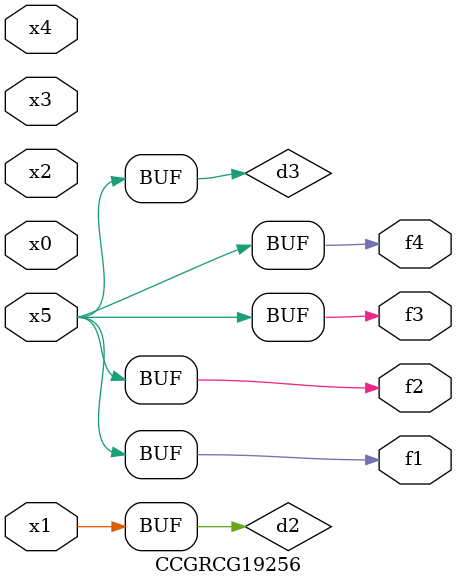
<source format=v>
module CCGRCG19256(
	input x0, x1, x2, x3, x4, x5,
	output f1, f2, f3, f4
);

	wire d1, d2, d3;

	not (d1, x5);
	or (d2, x1);
	xnor (d3, d1);
	assign f1 = d3;
	assign f2 = d3;
	assign f3 = d3;
	assign f4 = d3;
endmodule

</source>
